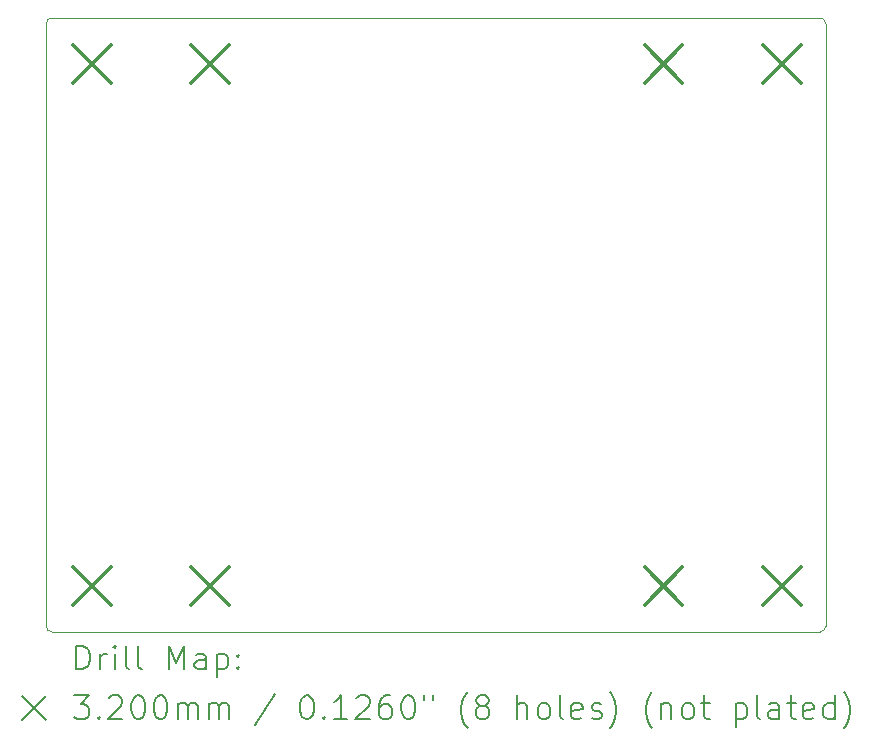
<source format=gbr>
%TF.GenerationSoftware,KiCad,Pcbnew,8.0.2*%
%TF.CreationDate,2024-05-30T20:37:47+12:00*%
%TF.ProjectId,PDP-FUSE,5044502d-4655-4534-952e-6b696361645f,rev?*%
%TF.SameCoordinates,Original*%
%TF.FileFunction,Drillmap*%
%TF.FilePolarity,Positive*%
%FSLAX45Y45*%
G04 Gerber Fmt 4.5, Leading zero omitted, Abs format (unit mm)*
G04 Created by KiCad (PCBNEW 8.0.2) date 2024-05-30 20:37:47*
%MOMM*%
%LPD*%
G01*
G04 APERTURE LIST*
%ADD10C,0.100000*%
%ADD11C,0.200000*%
%ADD12C,0.320000*%
G04 APERTURE END LIST*
D10*
X17150000Y-8400000D02*
G75*
G02*
X17200000Y-8450000I0J-50000D01*
G01*
X17200000Y-8450000D02*
X17200000Y-13550000D01*
X10650000Y-13600000D02*
G75*
G02*
X10600000Y-13550000I0J50000D01*
G01*
X17200000Y-13550000D02*
G75*
G02*
X17150000Y-13600000I-50000J0D01*
G01*
X10600000Y-13550000D02*
X10600000Y-8450000D01*
X10600000Y-8450000D02*
G75*
G02*
X10650000Y-8400000I50000J0D01*
G01*
X10650000Y-8400000D02*
X17150000Y-8400000D01*
X17150000Y-13600000D02*
X10650000Y-13600000D01*
D11*
D12*
X10825500Y-8631000D02*
X11145500Y-8951000D01*
X11145500Y-8631000D02*
X10825500Y-8951000D01*
X10825500Y-13048000D02*
X11145500Y-13368000D01*
X11145500Y-13048000D02*
X10825500Y-13368000D01*
X11825500Y-8631000D02*
X12145500Y-8951000D01*
X12145500Y-8631000D02*
X11825500Y-8951000D01*
X11825500Y-13048000D02*
X12145500Y-13368000D01*
X12145500Y-13048000D02*
X11825500Y-13368000D01*
X15667500Y-8631000D02*
X15987500Y-8951000D01*
X15987500Y-8631000D02*
X15667500Y-8951000D01*
X15667500Y-13048000D02*
X15987500Y-13368000D01*
X15987500Y-13048000D02*
X15667500Y-13368000D01*
X16667500Y-8631000D02*
X16987500Y-8951000D01*
X16987500Y-8631000D02*
X16667500Y-8951000D01*
X16667500Y-13048000D02*
X16987500Y-13368000D01*
X16987500Y-13048000D02*
X16667500Y-13368000D01*
D11*
X10855777Y-13916484D02*
X10855777Y-13716484D01*
X10855777Y-13716484D02*
X10903396Y-13716484D01*
X10903396Y-13716484D02*
X10931967Y-13726008D01*
X10931967Y-13726008D02*
X10951015Y-13745055D01*
X10951015Y-13745055D02*
X10960539Y-13764103D01*
X10960539Y-13764103D02*
X10970063Y-13802198D01*
X10970063Y-13802198D02*
X10970063Y-13830769D01*
X10970063Y-13830769D02*
X10960539Y-13868865D01*
X10960539Y-13868865D02*
X10951015Y-13887912D01*
X10951015Y-13887912D02*
X10931967Y-13906960D01*
X10931967Y-13906960D02*
X10903396Y-13916484D01*
X10903396Y-13916484D02*
X10855777Y-13916484D01*
X11055777Y-13916484D02*
X11055777Y-13783150D01*
X11055777Y-13821246D02*
X11065301Y-13802198D01*
X11065301Y-13802198D02*
X11074824Y-13792674D01*
X11074824Y-13792674D02*
X11093872Y-13783150D01*
X11093872Y-13783150D02*
X11112920Y-13783150D01*
X11179586Y-13916484D02*
X11179586Y-13783150D01*
X11179586Y-13716484D02*
X11170063Y-13726008D01*
X11170063Y-13726008D02*
X11179586Y-13735531D01*
X11179586Y-13735531D02*
X11189110Y-13726008D01*
X11189110Y-13726008D02*
X11179586Y-13716484D01*
X11179586Y-13716484D02*
X11179586Y-13735531D01*
X11303396Y-13916484D02*
X11284348Y-13906960D01*
X11284348Y-13906960D02*
X11274824Y-13887912D01*
X11274824Y-13887912D02*
X11274824Y-13716484D01*
X11408158Y-13916484D02*
X11389110Y-13906960D01*
X11389110Y-13906960D02*
X11379586Y-13887912D01*
X11379586Y-13887912D02*
X11379586Y-13716484D01*
X11636729Y-13916484D02*
X11636729Y-13716484D01*
X11636729Y-13716484D02*
X11703396Y-13859341D01*
X11703396Y-13859341D02*
X11770062Y-13716484D01*
X11770062Y-13716484D02*
X11770062Y-13916484D01*
X11951015Y-13916484D02*
X11951015Y-13811722D01*
X11951015Y-13811722D02*
X11941491Y-13792674D01*
X11941491Y-13792674D02*
X11922443Y-13783150D01*
X11922443Y-13783150D02*
X11884348Y-13783150D01*
X11884348Y-13783150D02*
X11865301Y-13792674D01*
X11951015Y-13906960D02*
X11931967Y-13916484D01*
X11931967Y-13916484D02*
X11884348Y-13916484D01*
X11884348Y-13916484D02*
X11865301Y-13906960D01*
X11865301Y-13906960D02*
X11855777Y-13887912D01*
X11855777Y-13887912D02*
X11855777Y-13868865D01*
X11855777Y-13868865D02*
X11865301Y-13849817D01*
X11865301Y-13849817D02*
X11884348Y-13840293D01*
X11884348Y-13840293D02*
X11931967Y-13840293D01*
X11931967Y-13840293D02*
X11951015Y-13830769D01*
X12046253Y-13783150D02*
X12046253Y-13983150D01*
X12046253Y-13792674D02*
X12065301Y-13783150D01*
X12065301Y-13783150D02*
X12103396Y-13783150D01*
X12103396Y-13783150D02*
X12122443Y-13792674D01*
X12122443Y-13792674D02*
X12131967Y-13802198D01*
X12131967Y-13802198D02*
X12141491Y-13821246D01*
X12141491Y-13821246D02*
X12141491Y-13878388D01*
X12141491Y-13878388D02*
X12131967Y-13897436D01*
X12131967Y-13897436D02*
X12122443Y-13906960D01*
X12122443Y-13906960D02*
X12103396Y-13916484D01*
X12103396Y-13916484D02*
X12065301Y-13916484D01*
X12065301Y-13916484D02*
X12046253Y-13906960D01*
X12227205Y-13897436D02*
X12236729Y-13906960D01*
X12236729Y-13906960D02*
X12227205Y-13916484D01*
X12227205Y-13916484D02*
X12217682Y-13906960D01*
X12217682Y-13906960D02*
X12227205Y-13897436D01*
X12227205Y-13897436D02*
X12227205Y-13916484D01*
X12227205Y-13792674D02*
X12236729Y-13802198D01*
X12236729Y-13802198D02*
X12227205Y-13811722D01*
X12227205Y-13811722D02*
X12217682Y-13802198D01*
X12217682Y-13802198D02*
X12227205Y-13792674D01*
X12227205Y-13792674D02*
X12227205Y-13811722D01*
X10395000Y-14145000D02*
X10595000Y-14345000D01*
X10595000Y-14145000D02*
X10395000Y-14345000D01*
X10836729Y-14136484D02*
X10960539Y-14136484D01*
X10960539Y-14136484D02*
X10893872Y-14212674D01*
X10893872Y-14212674D02*
X10922444Y-14212674D01*
X10922444Y-14212674D02*
X10941491Y-14222198D01*
X10941491Y-14222198D02*
X10951015Y-14231722D01*
X10951015Y-14231722D02*
X10960539Y-14250769D01*
X10960539Y-14250769D02*
X10960539Y-14298388D01*
X10960539Y-14298388D02*
X10951015Y-14317436D01*
X10951015Y-14317436D02*
X10941491Y-14326960D01*
X10941491Y-14326960D02*
X10922444Y-14336484D01*
X10922444Y-14336484D02*
X10865301Y-14336484D01*
X10865301Y-14336484D02*
X10846253Y-14326960D01*
X10846253Y-14326960D02*
X10836729Y-14317436D01*
X11046253Y-14317436D02*
X11055777Y-14326960D01*
X11055777Y-14326960D02*
X11046253Y-14336484D01*
X11046253Y-14336484D02*
X11036729Y-14326960D01*
X11036729Y-14326960D02*
X11046253Y-14317436D01*
X11046253Y-14317436D02*
X11046253Y-14336484D01*
X11131967Y-14155531D02*
X11141491Y-14146008D01*
X11141491Y-14146008D02*
X11160539Y-14136484D01*
X11160539Y-14136484D02*
X11208158Y-14136484D01*
X11208158Y-14136484D02*
X11227205Y-14146008D01*
X11227205Y-14146008D02*
X11236729Y-14155531D01*
X11236729Y-14155531D02*
X11246253Y-14174579D01*
X11246253Y-14174579D02*
X11246253Y-14193627D01*
X11246253Y-14193627D02*
X11236729Y-14222198D01*
X11236729Y-14222198D02*
X11122444Y-14336484D01*
X11122444Y-14336484D02*
X11246253Y-14336484D01*
X11370062Y-14136484D02*
X11389110Y-14136484D01*
X11389110Y-14136484D02*
X11408158Y-14146008D01*
X11408158Y-14146008D02*
X11417682Y-14155531D01*
X11417682Y-14155531D02*
X11427205Y-14174579D01*
X11427205Y-14174579D02*
X11436729Y-14212674D01*
X11436729Y-14212674D02*
X11436729Y-14260293D01*
X11436729Y-14260293D02*
X11427205Y-14298388D01*
X11427205Y-14298388D02*
X11417682Y-14317436D01*
X11417682Y-14317436D02*
X11408158Y-14326960D01*
X11408158Y-14326960D02*
X11389110Y-14336484D01*
X11389110Y-14336484D02*
X11370062Y-14336484D01*
X11370062Y-14336484D02*
X11351015Y-14326960D01*
X11351015Y-14326960D02*
X11341491Y-14317436D01*
X11341491Y-14317436D02*
X11331967Y-14298388D01*
X11331967Y-14298388D02*
X11322443Y-14260293D01*
X11322443Y-14260293D02*
X11322443Y-14212674D01*
X11322443Y-14212674D02*
X11331967Y-14174579D01*
X11331967Y-14174579D02*
X11341491Y-14155531D01*
X11341491Y-14155531D02*
X11351015Y-14146008D01*
X11351015Y-14146008D02*
X11370062Y-14136484D01*
X11560539Y-14136484D02*
X11579586Y-14136484D01*
X11579586Y-14136484D02*
X11598634Y-14146008D01*
X11598634Y-14146008D02*
X11608158Y-14155531D01*
X11608158Y-14155531D02*
X11617682Y-14174579D01*
X11617682Y-14174579D02*
X11627205Y-14212674D01*
X11627205Y-14212674D02*
X11627205Y-14260293D01*
X11627205Y-14260293D02*
X11617682Y-14298388D01*
X11617682Y-14298388D02*
X11608158Y-14317436D01*
X11608158Y-14317436D02*
X11598634Y-14326960D01*
X11598634Y-14326960D02*
X11579586Y-14336484D01*
X11579586Y-14336484D02*
X11560539Y-14336484D01*
X11560539Y-14336484D02*
X11541491Y-14326960D01*
X11541491Y-14326960D02*
X11531967Y-14317436D01*
X11531967Y-14317436D02*
X11522443Y-14298388D01*
X11522443Y-14298388D02*
X11512920Y-14260293D01*
X11512920Y-14260293D02*
X11512920Y-14212674D01*
X11512920Y-14212674D02*
X11522443Y-14174579D01*
X11522443Y-14174579D02*
X11531967Y-14155531D01*
X11531967Y-14155531D02*
X11541491Y-14146008D01*
X11541491Y-14146008D02*
X11560539Y-14136484D01*
X11712920Y-14336484D02*
X11712920Y-14203150D01*
X11712920Y-14222198D02*
X11722443Y-14212674D01*
X11722443Y-14212674D02*
X11741491Y-14203150D01*
X11741491Y-14203150D02*
X11770063Y-14203150D01*
X11770063Y-14203150D02*
X11789110Y-14212674D01*
X11789110Y-14212674D02*
X11798634Y-14231722D01*
X11798634Y-14231722D02*
X11798634Y-14336484D01*
X11798634Y-14231722D02*
X11808158Y-14212674D01*
X11808158Y-14212674D02*
X11827205Y-14203150D01*
X11827205Y-14203150D02*
X11855777Y-14203150D01*
X11855777Y-14203150D02*
X11874824Y-14212674D01*
X11874824Y-14212674D02*
X11884348Y-14231722D01*
X11884348Y-14231722D02*
X11884348Y-14336484D01*
X11979586Y-14336484D02*
X11979586Y-14203150D01*
X11979586Y-14222198D02*
X11989110Y-14212674D01*
X11989110Y-14212674D02*
X12008158Y-14203150D01*
X12008158Y-14203150D02*
X12036729Y-14203150D01*
X12036729Y-14203150D02*
X12055777Y-14212674D01*
X12055777Y-14212674D02*
X12065301Y-14231722D01*
X12065301Y-14231722D02*
X12065301Y-14336484D01*
X12065301Y-14231722D02*
X12074824Y-14212674D01*
X12074824Y-14212674D02*
X12093872Y-14203150D01*
X12093872Y-14203150D02*
X12122443Y-14203150D01*
X12122443Y-14203150D02*
X12141491Y-14212674D01*
X12141491Y-14212674D02*
X12151015Y-14231722D01*
X12151015Y-14231722D02*
X12151015Y-14336484D01*
X12541491Y-14126960D02*
X12370063Y-14384103D01*
X12798634Y-14136484D02*
X12817682Y-14136484D01*
X12817682Y-14136484D02*
X12836729Y-14146008D01*
X12836729Y-14146008D02*
X12846253Y-14155531D01*
X12846253Y-14155531D02*
X12855777Y-14174579D01*
X12855777Y-14174579D02*
X12865301Y-14212674D01*
X12865301Y-14212674D02*
X12865301Y-14260293D01*
X12865301Y-14260293D02*
X12855777Y-14298388D01*
X12855777Y-14298388D02*
X12846253Y-14317436D01*
X12846253Y-14317436D02*
X12836729Y-14326960D01*
X12836729Y-14326960D02*
X12817682Y-14336484D01*
X12817682Y-14336484D02*
X12798634Y-14336484D01*
X12798634Y-14336484D02*
X12779586Y-14326960D01*
X12779586Y-14326960D02*
X12770063Y-14317436D01*
X12770063Y-14317436D02*
X12760539Y-14298388D01*
X12760539Y-14298388D02*
X12751015Y-14260293D01*
X12751015Y-14260293D02*
X12751015Y-14212674D01*
X12751015Y-14212674D02*
X12760539Y-14174579D01*
X12760539Y-14174579D02*
X12770063Y-14155531D01*
X12770063Y-14155531D02*
X12779586Y-14146008D01*
X12779586Y-14146008D02*
X12798634Y-14136484D01*
X12951015Y-14317436D02*
X12960539Y-14326960D01*
X12960539Y-14326960D02*
X12951015Y-14336484D01*
X12951015Y-14336484D02*
X12941491Y-14326960D01*
X12941491Y-14326960D02*
X12951015Y-14317436D01*
X12951015Y-14317436D02*
X12951015Y-14336484D01*
X13151015Y-14336484D02*
X13036729Y-14336484D01*
X13093872Y-14336484D02*
X13093872Y-14136484D01*
X13093872Y-14136484D02*
X13074825Y-14165055D01*
X13074825Y-14165055D02*
X13055777Y-14184103D01*
X13055777Y-14184103D02*
X13036729Y-14193627D01*
X13227206Y-14155531D02*
X13236729Y-14146008D01*
X13236729Y-14146008D02*
X13255777Y-14136484D01*
X13255777Y-14136484D02*
X13303396Y-14136484D01*
X13303396Y-14136484D02*
X13322444Y-14146008D01*
X13322444Y-14146008D02*
X13331967Y-14155531D01*
X13331967Y-14155531D02*
X13341491Y-14174579D01*
X13341491Y-14174579D02*
X13341491Y-14193627D01*
X13341491Y-14193627D02*
X13331967Y-14222198D01*
X13331967Y-14222198D02*
X13217682Y-14336484D01*
X13217682Y-14336484D02*
X13341491Y-14336484D01*
X13512920Y-14136484D02*
X13474825Y-14136484D01*
X13474825Y-14136484D02*
X13455777Y-14146008D01*
X13455777Y-14146008D02*
X13446253Y-14155531D01*
X13446253Y-14155531D02*
X13427206Y-14184103D01*
X13427206Y-14184103D02*
X13417682Y-14222198D01*
X13417682Y-14222198D02*
X13417682Y-14298388D01*
X13417682Y-14298388D02*
X13427206Y-14317436D01*
X13427206Y-14317436D02*
X13436729Y-14326960D01*
X13436729Y-14326960D02*
X13455777Y-14336484D01*
X13455777Y-14336484D02*
X13493872Y-14336484D01*
X13493872Y-14336484D02*
X13512920Y-14326960D01*
X13512920Y-14326960D02*
X13522444Y-14317436D01*
X13522444Y-14317436D02*
X13531967Y-14298388D01*
X13531967Y-14298388D02*
X13531967Y-14250769D01*
X13531967Y-14250769D02*
X13522444Y-14231722D01*
X13522444Y-14231722D02*
X13512920Y-14222198D01*
X13512920Y-14222198D02*
X13493872Y-14212674D01*
X13493872Y-14212674D02*
X13455777Y-14212674D01*
X13455777Y-14212674D02*
X13436729Y-14222198D01*
X13436729Y-14222198D02*
X13427206Y-14231722D01*
X13427206Y-14231722D02*
X13417682Y-14250769D01*
X13655777Y-14136484D02*
X13674825Y-14136484D01*
X13674825Y-14136484D02*
X13693872Y-14146008D01*
X13693872Y-14146008D02*
X13703396Y-14155531D01*
X13703396Y-14155531D02*
X13712920Y-14174579D01*
X13712920Y-14174579D02*
X13722444Y-14212674D01*
X13722444Y-14212674D02*
X13722444Y-14260293D01*
X13722444Y-14260293D02*
X13712920Y-14298388D01*
X13712920Y-14298388D02*
X13703396Y-14317436D01*
X13703396Y-14317436D02*
X13693872Y-14326960D01*
X13693872Y-14326960D02*
X13674825Y-14336484D01*
X13674825Y-14336484D02*
X13655777Y-14336484D01*
X13655777Y-14336484D02*
X13636729Y-14326960D01*
X13636729Y-14326960D02*
X13627206Y-14317436D01*
X13627206Y-14317436D02*
X13617682Y-14298388D01*
X13617682Y-14298388D02*
X13608158Y-14260293D01*
X13608158Y-14260293D02*
X13608158Y-14212674D01*
X13608158Y-14212674D02*
X13617682Y-14174579D01*
X13617682Y-14174579D02*
X13627206Y-14155531D01*
X13627206Y-14155531D02*
X13636729Y-14146008D01*
X13636729Y-14146008D02*
X13655777Y-14136484D01*
X13798634Y-14136484D02*
X13798634Y-14174579D01*
X13874825Y-14136484D02*
X13874825Y-14174579D01*
X14170063Y-14412674D02*
X14160539Y-14403150D01*
X14160539Y-14403150D02*
X14141491Y-14374579D01*
X14141491Y-14374579D02*
X14131968Y-14355531D01*
X14131968Y-14355531D02*
X14122444Y-14326960D01*
X14122444Y-14326960D02*
X14112920Y-14279341D01*
X14112920Y-14279341D02*
X14112920Y-14241246D01*
X14112920Y-14241246D02*
X14122444Y-14193627D01*
X14122444Y-14193627D02*
X14131968Y-14165055D01*
X14131968Y-14165055D02*
X14141491Y-14146008D01*
X14141491Y-14146008D02*
X14160539Y-14117436D01*
X14160539Y-14117436D02*
X14170063Y-14107912D01*
X14274825Y-14222198D02*
X14255777Y-14212674D01*
X14255777Y-14212674D02*
X14246253Y-14203150D01*
X14246253Y-14203150D02*
X14236729Y-14184103D01*
X14236729Y-14184103D02*
X14236729Y-14174579D01*
X14236729Y-14174579D02*
X14246253Y-14155531D01*
X14246253Y-14155531D02*
X14255777Y-14146008D01*
X14255777Y-14146008D02*
X14274825Y-14136484D01*
X14274825Y-14136484D02*
X14312920Y-14136484D01*
X14312920Y-14136484D02*
X14331968Y-14146008D01*
X14331968Y-14146008D02*
X14341491Y-14155531D01*
X14341491Y-14155531D02*
X14351015Y-14174579D01*
X14351015Y-14174579D02*
X14351015Y-14184103D01*
X14351015Y-14184103D02*
X14341491Y-14203150D01*
X14341491Y-14203150D02*
X14331968Y-14212674D01*
X14331968Y-14212674D02*
X14312920Y-14222198D01*
X14312920Y-14222198D02*
X14274825Y-14222198D01*
X14274825Y-14222198D02*
X14255777Y-14231722D01*
X14255777Y-14231722D02*
X14246253Y-14241246D01*
X14246253Y-14241246D02*
X14236729Y-14260293D01*
X14236729Y-14260293D02*
X14236729Y-14298388D01*
X14236729Y-14298388D02*
X14246253Y-14317436D01*
X14246253Y-14317436D02*
X14255777Y-14326960D01*
X14255777Y-14326960D02*
X14274825Y-14336484D01*
X14274825Y-14336484D02*
X14312920Y-14336484D01*
X14312920Y-14336484D02*
X14331968Y-14326960D01*
X14331968Y-14326960D02*
X14341491Y-14317436D01*
X14341491Y-14317436D02*
X14351015Y-14298388D01*
X14351015Y-14298388D02*
X14351015Y-14260293D01*
X14351015Y-14260293D02*
X14341491Y-14241246D01*
X14341491Y-14241246D02*
X14331968Y-14231722D01*
X14331968Y-14231722D02*
X14312920Y-14222198D01*
X14589110Y-14336484D02*
X14589110Y-14136484D01*
X14674825Y-14336484D02*
X14674825Y-14231722D01*
X14674825Y-14231722D02*
X14665301Y-14212674D01*
X14665301Y-14212674D02*
X14646253Y-14203150D01*
X14646253Y-14203150D02*
X14617682Y-14203150D01*
X14617682Y-14203150D02*
X14598634Y-14212674D01*
X14598634Y-14212674D02*
X14589110Y-14222198D01*
X14798634Y-14336484D02*
X14779587Y-14326960D01*
X14779587Y-14326960D02*
X14770063Y-14317436D01*
X14770063Y-14317436D02*
X14760539Y-14298388D01*
X14760539Y-14298388D02*
X14760539Y-14241246D01*
X14760539Y-14241246D02*
X14770063Y-14222198D01*
X14770063Y-14222198D02*
X14779587Y-14212674D01*
X14779587Y-14212674D02*
X14798634Y-14203150D01*
X14798634Y-14203150D02*
X14827206Y-14203150D01*
X14827206Y-14203150D02*
X14846253Y-14212674D01*
X14846253Y-14212674D02*
X14855777Y-14222198D01*
X14855777Y-14222198D02*
X14865301Y-14241246D01*
X14865301Y-14241246D02*
X14865301Y-14298388D01*
X14865301Y-14298388D02*
X14855777Y-14317436D01*
X14855777Y-14317436D02*
X14846253Y-14326960D01*
X14846253Y-14326960D02*
X14827206Y-14336484D01*
X14827206Y-14336484D02*
X14798634Y-14336484D01*
X14979587Y-14336484D02*
X14960539Y-14326960D01*
X14960539Y-14326960D02*
X14951015Y-14307912D01*
X14951015Y-14307912D02*
X14951015Y-14136484D01*
X15131968Y-14326960D02*
X15112920Y-14336484D01*
X15112920Y-14336484D02*
X15074825Y-14336484D01*
X15074825Y-14336484D02*
X15055777Y-14326960D01*
X15055777Y-14326960D02*
X15046253Y-14307912D01*
X15046253Y-14307912D02*
X15046253Y-14231722D01*
X15046253Y-14231722D02*
X15055777Y-14212674D01*
X15055777Y-14212674D02*
X15074825Y-14203150D01*
X15074825Y-14203150D02*
X15112920Y-14203150D01*
X15112920Y-14203150D02*
X15131968Y-14212674D01*
X15131968Y-14212674D02*
X15141491Y-14231722D01*
X15141491Y-14231722D02*
X15141491Y-14250769D01*
X15141491Y-14250769D02*
X15046253Y-14269817D01*
X15217682Y-14326960D02*
X15236730Y-14336484D01*
X15236730Y-14336484D02*
X15274825Y-14336484D01*
X15274825Y-14336484D02*
X15293872Y-14326960D01*
X15293872Y-14326960D02*
X15303396Y-14307912D01*
X15303396Y-14307912D02*
X15303396Y-14298388D01*
X15303396Y-14298388D02*
X15293872Y-14279341D01*
X15293872Y-14279341D02*
X15274825Y-14269817D01*
X15274825Y-14269817D02*
X15246253Y-14269817D01*
X15246253Y-14269817D02*
X15227206Y-14260293D01*
X15227206Y-14260293D02*
X15217682Y-14241246D01*
X15217682Y-14241246D02*
X15217682Y-14231722D01*
X15217682Y-14231722D02*
X15227206Y-14212674D01*
X15227206Y-14212674D02*
X15246253Y-14203150D01*
X15246253Y-14203150D02*
X15274825Y-14203150D01*
X15274825Y-14203150D02*
X15293872Y-14212674D01*
X15370063Y-14412674D02*
X15379587Y-14403150D01*
X15379587Y-14403150D02*
X15398634Y-14374579D01*
X15398634Y-14374579D02*
X15408158Y-14355531D01*
X15408158Y-14355531D02*
X15417682Y-14326960D01*
X15417682Y-14326960D02*
X15427206Y-14279341D01*
X15427206Y-14279341D02*
X15427206Y-14241246D01*
X15427206Y-14241246D02*
X15417682Y-14193627D01*
X15417682Y-14193627D02*
X15408158Y-14165055D01*
X15408158Y-14165055D02*
X15398634Y-14146008D01*
X15398634Y-14146008D02*
X15379587Y-14117436D01*
X15379587Y-14117436D02*
X15370063Y-14107912D01*
X15731968Y-14412674D02*
X15722444Y-14403150D01*
X15722444Y-14403150D02*
X15703396Y-14374579D01*
X15703396Y-14374579D02*
X15693872Y-14355531D01*
X15693872Y-14355531D02*
X15684349Y-14326960D01*
X15684349Y-14326960D02*
X15674825Y-14279341D01*
X15674825Y-14279341D02*
X15674825Y-14241246D01*
X15674825Y-14241246D02*
X15684349Y-14193627D01*
X15684349Y-14193627D02*
X15693872Y-14165055D01*
X15693872Y-14165055D02*
X15703396Y-14146008D01*
X15703396Y-14146008D02*
X15722444Y-14117436D01*
X15722444Y-14117436D02*
X15731968Y-14107912D01*
X15808158Y-14203150D02*
X15808158Y-14336484D01*
X15808158Y-14222198D02*
X15817682Y-14212674D01*
X15817682Y-14212674D02*
X15836730Y-14203150D01*
X15836730Y-14203150D02*
X15865301Y-14203150D01*
X15865301Y-14203150D02*
X15884349Y-14212674D01*
X15884349Y-14212674D02*
X15893872Y-14231722D01*
X15893872Y-14231722D02*
X15893872Y-14336484D01*
X16017682Y-14336484D02*
X15998634Y-14326960D01*
X15998634Y-14326960D02*
X15989111Y-14317436D01*
X15989111Y-14317436D02*
X15979587Y-14298388D01*
X15979587Y-14298388D02*
X15979587Y-14241246D01*
X15979587Y-14241246D02*
X15989111Y-14222198D01*
X15989111Y-14222198D02*
X15998634Y-14212674D01*
X15998634Y-14212674D02*
X16017682Y-14203150D01*
X16017682Y-14203150D02*
X16046253Y-14203150D01*
X16046253Y-14203150D02*
X16065301Y-14212674D01*
X16065301Y-14212674D02*
X16074825Y-14222198D01*
X16074825Y-14222198D02*
X16084349Y-14241246D01*
X16084349Y-14241246D02*
X16084349Y-14298388D01*
X16084349Y-14298388D02*
X16074825Y-14317436D01*
X16074825Y-14317436D02*
X16065301Y-14326960D01*
X16065301Y-14326960D02*
X16046253Y-14336484D01*
X16046253Y-14336484D02*
X16017682Y-14336484D01*
X16141492Y-14203150D02*
X16217682Y-14203150D01*
X16170063Y-14136484D02*
X16170063Y-14307912D01*
X16170063Y-14307912D02*
X16179587Y-14326960D01*
X16179587Y-14326960D02*
X16198634Y-14336484D01*
X16198634Y-14336484D02*
X16217682Y-14336484D01*
X16436730Y-14203150D02*
X16436730Y-14403150D01*
X16436730Y-14212674D02*
X16455777Y-14203150D01*
X16455777Y-14203150D02*
X16493873Y-14203150D01*
X16493873Y-14203150D02*
X16512920Y-14212674D01*
X16512920Y-14212674D02*
X16522444Y-14222198D01*
X16522444Y-14222198D02*
X16531968Y-14241246D01*
X16531968Y-14241246D02*
X16531968Y-14298388D01*
X16531968Y-14298388D02*
X16522444Y-14317436D01*
X16522444Y-14317436D02*
X16512920Y-14326960D01*
X16512920Y-14326960D02*
X16493873Y-14336484D01*
X16493873Y-14336484D02*
X16455777Y-14336484D01*
X16455777Y-14336484D02*
X16436730Y-14326960D01*
X16646253Y-14336484D02*
X16627206Y-14326960D01*
X16627206Y-14326960D02*
X16617682Y-14307912D01*
X16617682Y-14307912D02*
X16617682Y-14136484D01*
X16808158Y-14336484D02*
X16808158Y-14231722D01*
X16808158Y-14231722D02*
X16798635Y-14212674D01*
X16798635Y-14212674D02*
X16779587Y-14203150D01*
X16779587Y-14203150D02*
X16741492Y-14203150D01*
X16741492Y-14203150D02*
X16722444Y-14212674D01*
X16808158Y-14326960D02*
X16789111Y-14336484D01*
X16789111Y-14336484D02*
X16741492Y-14336484D01*
X16741492Y-14336484D02*
X16722444Y-14326960D01*
X16722444Y-14326960D02*
X16712920Y-14307912D01*
X16712920Y-14307912D02*
X16712920Y-14288865D01*
X16712920Y-14288865D02*
X16722444Y-14269817D01*
X16722444Y-14269817D02*
X16741492Y-14260293D01*
X16741492Y-14260293D02*
X16789111Y-14260293D01*
X16789111Y-14260293D02*
X16808158Y-14250769D01*
X16874825Y-14203150D02*
X16951015Y-14203150D01*
X16903396Y-14136484D02*
X16903396Y-14307912D01*
X16903396Y-14307912D02*
X16912920Y-14326960D01*
X16912920Y-14326960D02*
X16931968Y-14336484D01*
X16931968Y-14336484D02*
X16951015Y-14336484D01*
X17093873Y-14326960D02*
X17074825Y-14336484D01*
X17074825Y-14336484D02*
X17036730Y-14336484D01*
X17036730Y-14336484D02*
X17017682Y-14326960D01*
X17017682Y-14326960D02*
X17008158Y-14307912D01*
X17008158Y-14307912D02*
X17008158Y-14231722D01*
X17008158Y-14231722D02*
X17017682Y-14212674D01*
X17017682Y-14212674D02*
X17036730Y-14203150D01*
X17036730Y-14203150D02*
X17074825Y-14203150D01*
X17074825Y-14203150D02*
X17093873Y-14212674D01*
X17093873Y-14212674D02*
X17103396Y-14231722D01*
X17103396Y-14231722D02*
X17103396Y-14250769D01*
X17103396Y-14250769D02*
X17008158Y-14269817D01*
X17274825Y-14336484D02*
X17274825Y-14136484D01*
X17274825Y-14326960D02*
X17255777Y-14336484D01*
X17255777Y-14336484D02*
X17217682Y-14336484D01*
X17217682Y-14336484D02*
X17198635Y-14326960D01*
X17198635Y-14326960D02*
X17189111Y-14317436D01*
X17189111Y-14317436D02*
X17179587Y-14298388D01*
X17179587Y-14298388D02*
X17179587Y-14241246D01*
X17179587Y-14241246D02*
X17189111Y-14222198D01*
X17189111Y-14222198D02*
X17198635Y-14212674D01*
X17198635Y-14212674D02*
X17217682Y-14203150D01*
X17217682Y-14203150D02*
X17255777Y-14203150D01*
X17255777Y-14203150D02*
X17274825Y-14212674D01*
X17351016Y-14412674D02*
X17360539Y-14403150D01*
X17360539Y-14403150D02*
X17379587Y-14374579D01*
X17379587Y-14374579D02*
X17389111Y-14355531D01*
X17389111Y-14355531D02*
X17398635Y-14326960D01*
X17398635Y-14326960D02*
X17408158Y-14279341D01*
X17408158Y-14279341D02*
X17408158Y-14241246D01*
X17408158Y-14241246D02*
X17398635Y-14193627D01*
X17398635Y-14193627D02*
X17389111Y-14165055D01*
X17389111Y-14165055D02*
X17379587Y-14146008D01*
X17379587Y-14146008D02*
X17360539Y-14117436D01*
X17360539Y-14117436D02*
X17351016Y-14107912D01*
M02*

</source>
